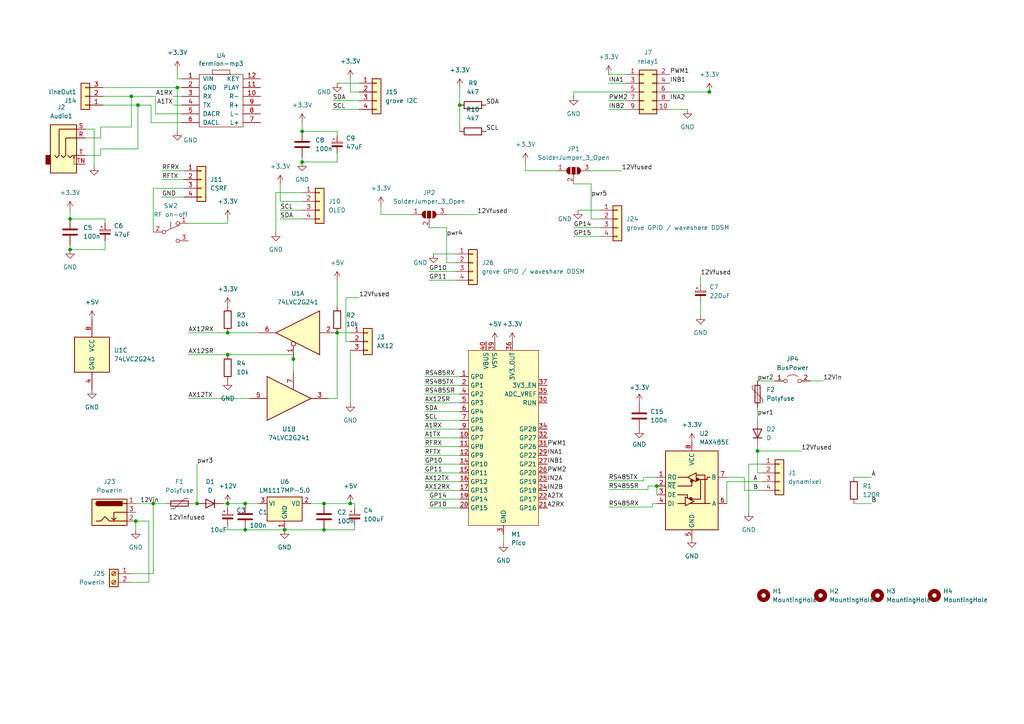
<source format=kicad_sch>
(kicad_sch (version 20250114) (generator "eeschema") (generator_version "9.0")
  (paper "A4")
  (lib_symbols
    (symbol "+3.3V_1" (power) (pin_numbers (hide yes)) (pin_names (offset 0) (hide yes))
      (property "Value" "+3.3V" (at 0 3.556 0))
      (symbol "+3.3V_1_1_1"
        (pin power_in line (at 0 0 90) (length 0) (name "~") (number "1"))
      )
    )
    (symbol "+3.3V_2" (power) (pin_numbers (hide yes)) (pin_names (offset 0) (hide yes))
      (property "Value" "+3.3V" (at 0 3.556 0))
      (symbol "+3.3V_2_1_1"
        (pin power_in line (at 0 0 90) (length 0) (name "~") (number "1"))
      )
    )
    (symbol "+3.3V_3" (power) (pin_numbers (hide yes)) (pin_names (offset 0) (hide yes))
      (property "Value" "+3.3V" (at 0 3.556 0))
      (symbol "+3.3V_3_1_1"
        (pin power_in line (at 0 0 90) (length 0) (name "~") (number "1"))
      )
    )
    (symbol "+5V_3" (power) (pin_numbers (hide yes)) (pin_names (offset 0) (hide yes))
      (property "Value" "+5V" (at 0 3.556 0))
      (symbol "+5V_3_1_1"
        (pin power_in line (at 0 0 90) (length 0) (name "~") (number "1"))
      )
    )
    (symbol "+5V_5" (power) (pin_numbers (hide yes)) (pin_names (offset 0) (hide yes))
      (property "Value" "+5V" (at 0 3.556 0))
      (symbol "+5V_5_1_1"
        (pin power_in line (at 0 0 90) (length 0) (name "~") (number "1"))
      )
    )
    (symbol "74xGxx:74LVC2G241"
      (property "Reference" "U" (at 2.54 5.08 0))
      (property "Value" "74LVC2G241" (at 2.54 -7.62 0))
      (symbol "74LVC2G241_1_1"
        (pin input line (at -12.7 0 0) (length 5.08) (name "~") (number "2"))
        (pin input inverted (at 0 7.62 270) (length 5.08) (name "~") (number "1"))
        (pin tri_state line (at 10.16 0 180) (length 5.08) (name "~") (number "6"))
      )
      (symbol "74LVC2G241_2_1"
        (pin input line (at -12.7 0 0) (length 5.08) (name "~") (number "5"))
        (pin input line (at 0 7.62 270) (length 5.08) (name "~") (number "7"))
        (pin tri_state line (at 10.16 0 180) (length 5.08) (name "~") (number "3"))
      )
      (symbol "74LVC2G241_3_1"
        (pin power_in line (at 0 10.16 270) (length 5.08) (name "VCC") (number "8"))
        (pin power_in line (at 0 -10.16 90) (length 5.08) (name "GND") (number "4"))
      )
    )
    (symbol "Connector:Barrel_Jack_Switch" (pin_names (hide yes))
      (property "Reference" "J" (at 0 5.334 0))
      (property "Value" "Barrel_Jack_Switch" (at 0 -5.08 0))
      (symbol "Barrel_Jack_Switch_1_1"
        (pin passive line (at 7.62 2.54 180) (length 2.54) (name "~") (number "1"))
        (pin passive line (at 7.62 0 180) (length 2.54) (name "~") (number "3"))
        (pin passive line (at 7.62 -2.54 180) (length 2.54) (name "~") (number "2"))
      )
    )
    (symbol "Connector:Screw_Terminal_01x02" (pin_names (offset 1.016) (hide yes))
      (property "Reference" "J" (at 0 2.54 0))
      (property "Value" "Screw_Terminal_01x02" (at 0 -5.08 0))
      (symbol "Screw_Terminal_01x02_1_1"
        (pin passive line (at -5.08 0 0) (length 3.81) (name "Pin_1") (number "1"))
        (pin passive line (at -5.08 -2.54 0) (length 3.81) (name "Pin_2") (number "2"))
      )
    )
    (symbol "Connector_Audio:AudioJack3_SwitchT"
      (property "Reference" "J" (at 0 8.89 0))
      (property "Value" "AudioJack3_SwitchT" (at 0 6.35 0))
      (symbol "AudioJack3_SwitchT_1_1"
        (pin passive line (at 5.08 2.54 180) (length 2.54) (name "~") (number "S"))
        (pin passive line (at 5.08 0 180) (length 2.54) (name "~") (number "R"))
        (pin passive line (at 5.08 -5.08 180) (length 2.54) (name "~") (number "T"))
        (pin passive line (at 5.08 -7.62 180) (length 2.54) (name "~") (number "TN"))
      )
    )
    (symbol "Connector_Generic:Conn_01x03" (pin_names (offset 1.016) (hide yes))
      (property "Reference" "J" (at 0 5.08 0))
      (property "Value" "Conn_01x03" (at 0 -5.08 0))
      (symbol "Conn_01x03_1_1"
        (pin passive line (at -5.08 2.54 0) (length 3.81) (name "Pin_1") (number "1"))
        (pin passive line (at -5.08 0 0) (length 3.81) (name "Pin_2") (number "2"))
        (pin passive line (at -5.08 -2.54 0) (length 3.81) (name "Pin_3") (number "3"))
      )
    )
    (symbol "Connector_Generic:Conn_01x04" (pin_names (offset 1.016) (hide yes))
      (property "Reference" "J" (at 0 5.08 0))
      (property "Value" "Conn_01x04" (at 0 -7.62 0))
      (symbol "Conn_01x04_1_1"
        (pin passive line (at -5.08 2.54 0) (length 3.81) (name "Pin_1") (number "1"))
        (pin passive line (at -5.08 0 0) (length 3.81) (name "Pin_2") (number "2"))
        (pin passive line (at -5.08 -2.54 0) (length 3.81) (name "Pin_3") (number "3"))
        (pin passive line (at -5.08 -5.08 0) (length 3.81) (name "Pin_4") (number "4"))
      )
    )
    (symbol "Connector_Generic:Conn_02x05_Odd_Even" (pin_names (offset 1.016) (hide yes))
      (property "Reference" "J" (at 1.27 7.62 0))
      (property "Value" "Conn_02x05_Odd_Even" (at 1.27 -7.62 0))
      (symbol "Conn_02x05_Odd_Even_1_1"
        (pin passive line (at -5.08 5.08 0) (length 3.81) (name "Pin_1") (number "1"))
        (pin passive line (at -5.08 2.54 0) (length 3.81) (name "Pin_3") (number "3"))
        (pin passive line (at -5.08 0 0) (length 3.81) (name "Pin_5") (number "5"))
        (pin passive line (at -5.08 -2.54 0) (length 3.81) (name "Pin_7") (number "7"))
        (pin passive line (at -5.08 -5.08 0) (length 3.81) (name "Pin_9") (number "9"))
        (pin passive line (at 7.62 5.08 180) (length 3.81) (name "Pin_2") (number "2"))
        (pin passive line (at 7.62 2.54 180) (length 3.81) (name "Pin_4") (number "4"))
        (pin passive line (at 7.62 0 180) (length 3.81) (name "Pin_6") (number "6"))
        (pin passive line (at 7.62 -2.54 180) (length 3.81) (name "Pin_8") (number "8"))
        (pin passive line (at 7.62 -5.08 180) (length 3.81) (name "Pin_10") (number "10"))
      )
    )
    (symbol "Device:C" (pin_numbers (hide yes)) (pin_names (offset 0.254))
      (property "Reference" "C" (at 0.635 2.54 0))
      (property "Value" "C" (at 0.635 -2.54 0))
      (symbol "C_1_1"
        (pin passive line (at 0 3.81 270) (length 2.794) (name "~") (number "1"))
        (pin passive line (at 0 -3.81 90) (length 2.794) (name "~") (number "2"))
      )
    )
    (symbol "Device:C_Polarized_Small" (pin_numbers (hide yes)) (pin_names (offset 0.254) (hide yes))
      (property "Reference" "C" (at 0.254 1.778 0))
      (property "Value" "C_Polarized_Small" (at 0.254 -2.032 0))
      (symbol "C_Polarized_Small_1_1"
        (pin passive line (at 0 2.54 270) (length 1.8542) (name "~") (number "1"))
        (pin passive line (at 0 -2.54 90) (length 1.8542) (name "~") (number "2"))
      )
    )
    (symbol "Device:D" (pin_numbers (hide yes)) (pin_names (offset 1.016) (hide yes))
      (property "Reference" "D" (at 0 2.54 0))
      (property "Value" "D" (at 0 -2.54 0))
      (symbol "D_1_1"
        (pin passive line (at -3.81 0 0) (length 2.54) (name "K") (number "1"))
        (pin passive line (at 3.81 0 180) (length 2.54) (name "A") (number "2"))
      )
    )
    (symbol "Device:Polyfuse" (pin_numbers (hide yes)) (pin_names (offset 0))
      (property "Reference" "F" (at -2.54 0 90))
      (property "Value" "Polyfuse" (at 2.54 0 90))
      (symbol "Polyfuse_1_1"
        (pin passive line (at 0 3.81 270) (length 1.27) (name "~") (number "1"))
        (pin passive line (at 0 -3.81 90) (length 1.27) (name "~") (number "2"))
      )
    )
    (symbol "Device:R" (pin_numbers (hide yes)) (pin_names (offset 0))
      (property "Reference" "R" (at 2.032 0 90))
      (property "Value" "R" (at 0 0 90))
      (symbol "R_1_1"
        (pin passive line (at 0 3.81 270) (length 1.27) (name "~") (number "1"))
        (pin passive line (at 0 -3.81 90) (length 1.27) (name "~") (number "2"))
      )
    )
    (symbol "GND_1" (power) (pin_numbers (hide yes)) (pin_names (offset 0) (hide yes))
      (property "Value" "GND" (at 0 -3.81 0))
      (symbol "GND_1_1_1"
        (pin power_in line (at 0 0 270) (length 0) (name "~") (number "1"))
      )
    )
    (symbol "GND_2" (power) (pin_numbers (hide yes)) (pin_names (offset 0) (hide yes))
      (property "Value" "GND" (at 0 -3.81 0))
      (symbol "GND_2_1_1"
        (pin power_in line (at 0 0 270) (length 0) (name "~") (number "1"))
      )
    )
    (symbol "GND_3" (power) (pin_numbers (hide yes)) (pin_names (offset 0) (hide yes))
      (property "Value" "GND" (at 0 -3.81 0))
      (symbol "GND_3_1_1"
        (pin power_in line (at 0 0 270) (length 0) (name "~") (number "1"))
      )
    )
    (symbol "GND_4" (power) (pin_numbers (hide yes)) (pin_names (offset 0) (hide yes))
      (property "Value" "GND" (at 0 -3.81 0))
      (symbol "GND_4_1_1"
        (pin power_in line (at 0 0 270) (length 0) (name "~") (number "1"))
      )
    )
    (symbol "GND_5" (power) (pin_numbers (hide yes)) (pin_names (offset 0) (hide yes))
      (property "Value" "GND" (at 0 -3.81 0))
      (symbol "GND_5_1_1"
        (pin power_in line (at 0 0 270) (length 0) (name "~") (number "1"))
      )
    )
    (symbol "Interface_UART:MAX485E"
      (property "Reference" "U" (at -6.096 11.43 0))
      (property "Value" "MAX485E" (at 0.762 11.43 0))
      (symbol "MAX485E_1_1"
        (pin output line (at -10.16 2.54 0) (length 2.54) (name "RO") (number "1"))
        (pin input line (at -10.16 0 0) (length 2.54) (name "~{RE}") (number "2"))
        (pin input line (at -10.16 -2.54 0) (length 2.54) (name "DE") (number "3"))
        (pin input line (at -10.16 -5.08 0) (length 2.54) (name "DI") (number "4"))
        (pin power_in line (at 0 12.7 270) (length 2.54) (name "VCC") (number "8"))
        (pin power_in line (at 0 -15.24 90) (length 2.54) (name "GND") (number "5"))
        (pin bidirectional line (at 10.16 2.54 180) (length 2.54) (name "B") (number "7"))
        (pin bidirectional line (at 10.16 -5.08 180) (length 2.54) (name "A") (number "6"))
      )
    )
    (symbol "Jumper:Jumper_2_Open" (pin_names (offset 0) (hide yes))
      (property "Reference" "JP" (at 0 2.794 0))
      (property "Value" "Jumper_2_Open" (at 0 -2.286 0))
      (symbol "Jumper_2_Open_1_1"
        (pin passive line (at -5.08 0 0) (length 2.54) (name "A") (number "1"))
        (pin passive line (at 5.08 0 180) (length 2.54) (name "B") (number "2"))
      )
    )
    (symbol "Jumper:SolderJumper_3_Open" (pin_names (offset 0) (hide yes)) (in_bom no)
      (property "Reference" "JP" (at -2.54 -2.54 0))
      (property "Value" "SolderJumper_3_Open" (at 0 2.794 0))
      (symbol "SolderJumper_3_Open_1_1"
        (pin passive line (at -5.08 0 0) (length 2.54) (name "A") (number "1"))
        (pin passive line (at 0 -3.81 90) (length 2.54) (name "C") (number "2"))
        (pin passive line (at 5.08 0 180) (length 2.54) (name "B") (number "3"))
      )
    )
    (symbol "Mechanical:MountingHole" (pin_names (offset 1.016))
      (property "Reference" "H" (at 0 5.08 0))
      (property "Value" "MountingHole" (at 0 3.175 0))
    )
    (symbol "Regulator_Linear:LM1117MP-5.0"
      (property "Reference" "U" (at -3.81 3.175 0))
      (property "Value" "LM1117MP-5.0" (at 0 3.175 0))
      (symbol "LM1117MP-5.0_1_1"
        (pin power_in line (at -7.62 0 0) (length 2.54) (name "VI") (number "3"))
        (pin power_in line (at 0 -7.62 90) (length 2.54) (name "GND") (number "1"))
        (pin power_out line (at 7.62 0 180) (length 2.54) (name "VO") (number "2"))
      )
    )
    (symbol "Switch:SW_Push_SPDT" (pin_names (offset 0) (hide yes))
      (property "Reference" "SW" (at 0 4.318 0))
      (property "Value" "SW_Push_SPDT" (at 0 -5.08 0))
      (symbol "SW_Push_SPDT_1_1"
        (pin passive line (at -5.08 0 0) (length 2.54) (name "B") (number "2"))
        (pin passive line (at 5.08 2.54 180) (length 2.54) (name "A") (number "1"))
        (pin passive line (at 5.08 -2.54 180) (length 2.54) (name "C") (number "3"))
      )
    )
    (symbol "board-rescue:fermion-mp3-arduino" (pin_names (offset 1.016))
      (property "Reference" "U" (at 0 0 0))
      (property "Value" "arduino_fermion-mp3" (at 0 0 0))
      (symbol "fermion-mp3-arduino_1_1"
        (pin input line (at -5.08 -3.81 0) (length 5.08) (name "VIN") (number "1"))
        (pin input line (at -5.08 -6.35 0) (length 5.08) (name "GND") (number "2"))
        (pin input line (at -5.08 -8.89 0) (length 5.08) (name "RX") (number "3"))
        (pin input line (at -5.08 -11.43 0) (length 5.08) (name "TX") (number "4"))
        (pin input line (at -5.08 -13.97 0) (length 5.08) (name "DACR") (number "5"))
        (pin input line (at -5.08 -16.51 0) (length 5.08) (name "DACL") (number "6"))
        (pin input line (at 17.78 -3.81 180) (length 5.08) (name "KEY") (number "12"))
        (pin input line (at 17.78 -6.35 180) (length 5.08) (name "PLAY") (number "11"))
        (pin input line (at 17.78 -8.89 180) (length 5.08) (name "R-") (number "10"))
        (pin input line (at 17.78 -11.43 180) (length 5.08) (name "R+") (number "9"))
        (pin input line (at 17.78 -13.97 180) (length 5.08) (name "L-") (number "8"))
        (pin input line (at 17.78 -16.51 180) (length 5.08) (name "L+") (number "7"))
      )
    )
    (symbol "fab:Module_RaspberryPi_PicoW_Combined"
      (property "Reference" "M" (at 0 0 0))
      (property "Value" "Module_RaspberryPi_PicoW_Combined" (at 0 0 0))
      (symbol "Module_RaspberryPi_PicoW_Combined_1_1"
        (pin bidirectional line (at -12.7 17.78 0) (length 2.54) (name "GP0") (number "1"))
        (pin bidirectional line (at -12.7 15.24 0) (length 2.54) (name "GP1") (number "2"))
        (pin bidirectional line (at -12.7 12.7 0) (length 2.54) (name "GP2") (number "4"))
        (pin bidirectional line (at -12.7 10.16 0) (length 2.54) (name "GP3") (number "5"))
        (pin bidirectional line (at -12.7 7.62 0) (length 2.54) (name "GP4") (number "6"))
        (pin bidirectional line (at -12.7 5.08 0) (length 2.54) (name "GP5") (number "7"))
        (pin bidirectional line (at -12.7 2.54 0) (length 2.54) (name "GP6") (number "9"))
        (pin bidirectional line (at -12.7 0 0) (length 2.54) (name "GP7") (number "10"))
        (pin bidirectional line (at -12.7 -2.54 0) (length 2.54) (name "GP8") (number "11"))
        (pin bidirectional line (at -12.7 -5.08 0) (length 2.54) (name "GP9") (number "12"))
        (pin bidirectional line (at -12.7 -7.62 0) (length 2.54) (name "GP10") (number "14"))
        (pin bidirectional line (at -12.7 -10.16 0) (length 2.54) (name "GP11") (number "15"))
        (pin bidirectional line (at -12.7 -12.7 0) (length 2.54) (name "GP12") (number "16"))
        (pin bidirectional line (at -12.7 -15.24 0) (length 2.54) (name "GP13") (number "17"))
        (pin bidirectional line (at -12.7 -17.78 0) (length 2.54) (name "GP14") (number "19"))
        (pin bidirectional line (at -12.7 -20.32 0) (length 2.54) (name "GP15") (number "20"))
        (pin power_in line (at -5.08 27.94 270) (length 2.54) (name "VBUS") (number "40"))
        (pin power_in line (at -2.54 27.94 270) (length 2.54) (name "VSYS") (number "39"))
        (pin passive line (at 0 -27.94 90) (length 2.54) (hide yes) (name "GND") (number "13"))
        (pin passive line (at 0 -27.94 90) (length 2.54) (hide yes) (name "GND") (number "18"))
        (pin passive line (at 0 -27.94 90) (length 2.54) (hide yes) (name "GND") (number "23"))
        (pin passive line (at 0 -27.94 90) (length 2.54) (hide yes) (name "GND") (number "28"))
        (pin power_in line (at 0 -27.94 90) (length 2.54) (name "GND") (number "3"))
        (pin passive line (at 0 -27.94 90) (length 2.54) (hide yes) (name "GND") (number "33"))
        (pin passive line (at 0 -27.94 90) (length 2.54) (hide yes) (name "GND") (number "38"))
        (pin passive line (at 0 -27.94 90) (length 2.54) (hide yes) (name "GND") (number "8"))
        (pin power_in line (at 2.54 27.94 270) (length 2.54) (name "3V3_OUT") (number "36"))
        (pin input line (at 12.7 15.24 180) (length 2.54) (name "3V3_EN") (number "37"))
        (pin input line (at 12.7 12.7 180) (length 2.54) (name "ADC_VREF") (number "35"))
        (pin input line (at 12.7 10.16 180) (length 2.54) (name "RUN") (number "30"))
        (pin bidirectional line (at 12.7 2.54 180) (length 2.54) (name "GP28") (number "34"))
        (pin bidirectional line (at 12.7 0 180) (length 2.54) (name "GP27") (number "32"))
        (pin bidirectional line (at 12.7 -2.54 180) (length 2.54) (name "GP26") (number "31"))
        (pin bidirectional line (at 12.7 -5.08 180) (length 2.54) (name "GP22") (number "29"))
        (pin bidirectional line (at 12.7 -7.62 180) (length 2.54) (name "GP21") (number "27"))
        (pin bidirectional line (at 12.7 -10.16 180) (length 2.54) (name "GP20") (number "26"))
        (pin bidirectional line (at 12.7 -12.7 180) (length 2.54) (name "GP19") (number "25"))
        (pin bidirectional line (at 12.7 -15.24 180) (length 2.54) (name "GP18") (number "24"))
        (pin bidirectional line (at 12.7 -17.78 180) (length 2.54) (name "GP17") (number "22"))
        (pin bidirectional line (at 12.7 -20.32 180) (length 2.54) (name "GP16") (number "21"))
      )
    )
    (symbol "power:+12V" (power) (pin_names (offset 0))
      (property "Value" "+12V" (at 0 3.556 0))
      (symbol "+12V_1_1"
        (pin power_in line (at 0 0 90) (length 0) (hide yes) (name "+12V") (number "1"))
      )
    )
    (symbol "power:+3.3V" (power) (pin_names (offset 0))
      (property "Value" "+3.3V" (at 0 3.556 0))
      (symbol "+3.3V_1_1"
        (pin power_in line (at 0 0 90) (length 0) (hide yes) (name "+3.3V") (number "1"))
      )
    )
    (symbol "power:+5V" (power) (pin_names (offset 0))
      (property "Value" "+5V" (at 0 3.556 0))
      (symbol "+5V_1_1"
        (pin power_in line (at 0 0 90) (length 0) (hide yes) (name "+5V") (number "1"))
      )
    )
    (symbol "power:GND" (power) (pin_names (offset 0))
      (property "Value" "GND" (at 0 -3.81 0))
      (symbol "GND_1_1"
        (pin power_in line (at 0 0 270) (length 0) (hide yes) (name "GND") (number "1"))
      )
    )
  )
  (junction (at 205.74 26.67))
  (junction (at 71.12 146.05))
  (junction (at 40.005 30.48))
  (junction (at 85.09 104.14))
  (junction (at 66.04 146.05))
  (junction (at 44.45 146.05))
  (junction (at 38.1 27.94))
  (junction (at 57.15 146.05))
  (junction (at 87.63 38.1))
  (junction (at 190.5 140.97))
  (junction (at 71.12 153.67))
  (junction (at 39.37 151.13))
  (junction (at 82.55 153.67))
  (junction (at 20.32 63.5))
  (junction (at 66.04 102.87))
  (junction (at 66.04 96.52))
  (junction (at 87.63 46.99))
  (junction (at 93.98 153.67))
  (junction (at 93.98 146.05))
  (junction (at 133.35 30.48))
  (junction (at 101.6 146.05))
  (junction (at 97.79 96.52))
  (junction (at 51.435 25.4))
  (junction (at 20.32 72.39))
  (junction (at 219.71 130.81))
  (wire (pts (xy 24.765 40.005) (xy 29.21 40.005)))
  (wire (pts (xy 29.21 43.18) (xy 40.005 43.18)))
  (wire (pts (xy 52.705 33.02) (xy 45.085 33.02)))
  (wire (pts (xy 176.53 31.75) (xy 181.61 31.75)))
  (wire (pts (xy 186.69 138.43) (xy 190.5 138.43)))
  (wire (pts (xy 96.52 31.75) (xy 104.14 31.75)))
  (wire (pts (xy 101.6 99.06) (xy 100.33 99.06)))
  (wire (pts (xy 101.6 22.86) (xy 101.6 26.67)))
  (wire (pts (xy 20.32 60.96) (xy 20.32 63.5)))
  (wire (pts (xy 189.23 146.05) (xy 189.23 147.066)))
  (wire (pts (xy 66.04 152.4) (xy 66.04 153.67)))
  (wire (pts (xy 97.79 46.99) (xy 97.79 44.45)))
  (wire (pts (xy 203.2 87.63) (xy 203.2 91.44)))
  (wire (pts (xy 219.71 130.81) (xy 219.71 137.16)))
  (wire (pts (xy 123.19 137.16) (xy 133.35 137.16)))
  (wire (pts (xy 38.1 168.91) (xy 43.18 168.91)))
  (wire (pts (xy 44.45 54.61) (xy 53.34 54.61)))
  (wire (pts (xy 87.63 55.88) (xy 80.01 55.88)))
  (wire (pts (xy 46.99 57.15) (xy 53.34 57.15)))
  (wire (pts (xy 81.28 53.34) (xy 81.28 58.42)))
  (wire (pts (xy 85.09 104.14) (xy 85.09 107.95)))
  (wire (pts (xy 20.32 72.39) (xy 30.48 72.39)))
  (wire (pts (xy 123.19 119.38) (xy 133.35 119.38)))
  (wire (pts (xy 40.005 30.48) (xy 43.815 30.48)))
  (wire (pts (xy 66.04 63.5) (xy 66.04 64.77)))
  (wire (pts (xy 166.37 68.58) (xy 173.99 68.58)))
  (wire (pts (xy 57.15 134.62) (xy 57.15 146.05)))
  (wire (pts (xy 129.54 66.04) (xy 129.54 76.2)))
  (wire (pts (xy 44.45 146.05) (xy 48.26 146.05)))
  (wire (pts (xy 87.63 38.1) (xy 97.79 38.1)))
  (wire (pts (xy 219.71 110.49) (xy 224.79 110.49)))
  (wire (pts (xy 104.14 26.67) (xy 101.6 26.67)))
  (wire (pts (xy 124.46 66.04) (xy 129.54 66.04)))
  (wire (pts (xy 166.37 26.67) (xy 166.37 27.94)))
  (wire (pts (xy 210.82 138.43) (xy 215.9 138.43)))
  (wire (pts (xy 54.61 102.87) (xy 66.04 102.87)))
  (wire (pts (xy 101.6 146.05) (xy 93.98 146.05)))
  (wire (pts (xy 123.19 134.62) (xy 133.35 134.62)))
  (wire (pts (xy 152.4 46.99) (xy 152.4 49.53)))
  (wire (pts (xy 97.79 96.52) (xy 101.6 96.52)))
  (wire (pts (xy 125.73 73.66) (xy 132.08 73.66)))
  (wire (pts (xy 133.35 25.4) (xy 133.35 30.48)))
  (wire (pts (xy 124.46 144.78) (xy 133.35 144.78)))
  (wire (pts (xy 124.46 147.32) (xy 133.35 147.32)))
  (wire (pts (xy 123.19 142.24) (xy 133.35 142.24)))
  (wire (pts (xy 123.19 127) (xy 133.35 127)))
  (wire (pts (xy 55.88 146.05) (xy 57.15 146.05)))
  (wire (pts (xy 181.61 21.59) (xy 176.53 21.59)))
  (wire (pts (xy 187.96 140.97) (xy 187.96 141.986)))
  (wire (pts (xy 66.04 96.52) (xy 74.93 96.52)))
  (wire (pts (xy 43.18 168.91) (xy 43.18 151.13)))
  (wire (pts (xy 102.87 146.05) (xy 101.6 146.05)))
  (wire (pts (xy 39.37 151.13) (xy 43.18 151.13)))
  (wire (pts (xy 87.63 45.72) (xy 87.63 46.99)))
  (wire (pts (xy 100.33 86.36) (xy 100.33 99.06)))
  (wire (pts (xy 129.54 62.23) (xy 138.43 62.23)))
  (wire (pts (xy 234.95 110.49) (xy 238.76 110.49)))
  (wire (pts (xy 43.815 30.48) (xy 43.815 35.56)))
  (wire (pts (xy 123.19 114.3) (xy 133.35 114.3)))
  (wire (pts (xy 39.37 146.05) (xy 44.45 146.05)))
  (wire (pts (xy 219.71 118.11) (xy 219.71 121.92)))
  (wire (pts (xy 219.71 137.16) (xy 220.98 137.16)))
  (wire (pts (xy 217.17 134.62) (xy 217.17 148.59)))
  (wire (pts (xy 87.63 35.56) (xy 87.63 38.1)))
  (wire (pts (xy 123.19 139.7) (xy 133.35 139.7)))
  (wire (pts (xy 102.87 153.67) (xy 102.87 152.4)))
  (wire (pts (xy 220.98 134.62) (xy 217.17 134.62)))
  (wire (pts (xy 166.37 26.67) (xy 181.61 26.67)))
  (wire (pts (xy 46.99 52.07) (xy 53.34 52.07)))
  (wire (pts (xy 101.6 101.6) (xy 101.6 116.84)))
  (wire (pts (xy 96.52 29.21) (xy 104.14 29.21)))
  (wire (pts (xy 39.37 151.13) (xy 39.37 153.67)))
  (wire (pts (xy 29.21 36.83) (xy 38.1 36.83)))
  (wire (pts (xy 38.1 27.94) (xy 45.085 27.94)))
  (wire (pts (xy 29.845 27.94) (xy 38.1 27.94)))
  (wire (pts (xy 97.79 24.13) (xy 104.14 24.13)))
  (wire (pts (xy 189.23 146.05) (xy 190.5 146.05)))
  (wire (pts (xy 87.63 46.99) (xy 97.79 46.99)))
  (wire (pts (xy 46.99 49.53) (xy 53.34 49.53)))
  (wire (pts (xy 171.45 63.5) (xy 173.99 63.5)))
  (wire (pts (xy 187.96 141.986) (xy 176.53 141.986)))
  (wire (pts (xy 66.04 146.05) (xy 66.04 147.32)))
  (wire (pts (xy 44.45 67.31) (xy 44.45 54.61)))
  (wire (pts (xy 82.55 153.67) (xy 93.98 153.67)))
  (wire (pts (xy 247.65 138.43) (xy 252.73 138.43)))
  (wire (pts (xy 123.19 124.46) (xy 133.35 124.46)))
  (wire (pts (xy 215.9 142.24) (xy 220.98 142.24)))
  (wire (pts (xy 146.05 154.94) (xy 146.05 157.48)))
  (wire (pts (xy 190.5 140.97) (xy 190.5 143.51)))
  (wire (pts (xy 203.2 80.01) (xy 203.2 82.55)))
  (wire (pts (xy 205.74 25.4) (xy 205.74 26.67)))
  (wire (pts (xy 189.23 147.066) (xy 176.53 147.066)))
  (wire (pts (xy 38.1 166.37) (xy 44.45 166.37)))
  (wire (pts (xy 38.1 36.83) (xy 38.1 27.94)))
  (wire (pts (xy 29.21 36.83) (xy 29.21 40.005)))
  (wire (pts (xy 123.19 116.84) (xy 133.35 116.84)))
  (wire (pts (xy 93.98 153.67) (xy 102.87 153.67)))
  (wire (pts (xy 71.12 146.05) (xy 74.93 146.05)))
  (wire (pts (xy 80.01 55.88) (xy 80.01 67.31)))
  (wire (pts (xy 100.33 86.36) (xy 104.14 86.36)))
  (wire (pts (xy 40.005 30.48) (xy 40.005 43.18)))
  (wire (pts (xy 51.435 38.1) (xy 51.435 25.4)))
  (wire (pts (xy 133.35 30.48) (xy 133.35 38.1)))
  (wire (pts (xy 97.79 115.57) (xy 97.79 96.52)))
  (wire (pts (xy 52.705 30.48) (xy 50.165 30.48)))
  (wire (pts (xy 54.61 64.77) (xy 66.04 64.77)))
  (wire (pts (xy 81.28 63.5) (xy 87.63 63.5)))
  (wire (pts (xy 85.09 102.87) (xy 85.09 104.14)))
  (wire (pts (xy 194.31 26.67) (xy 205.74 26.67)))
  (wire (pts (xy 97.79 38.1) (xy 97.79 39.37)))
  (wire (pts (xy 29.845 25.4) (xy 51.435 25.4)))
  (wire (pts (xy 95.25 115.57) (xy 97.79 115.57)))
  (wire (pts (xy 187.96 140.97) (xy 190.5 140.97)))
  (wire (pts (xy 45.085 33.02) (xy 45.085 27.94)))
  (wire (pts (xy 87.63 58.42) (xy 81.28 58.42)))
  (wire (pts (xy 219.71 129.54) (xy 219.71 130.81)))
  (wire (pts (xy 166.37 53.34) (xy 171.45 53.34)))
  (wire (pts (xy 30.48 72.39) (xy 30.48 69.85)))
  (wire (pts (xy 210.82 139.7) (xy 220.98 139.7)))
  (wire (pts (xy 171.45 53.34) (xy 171.45 63.5)))
  (wire (pts (xy 247.65 146.05) (xy 252.73 146.05)))
  (wire (pts (xy 123.19 132.08) (xy 133.35 132.08)))
  (wire (pts (xy 123.19 111.76) (xy 133.35 111.76)))
  (wire (pts (xy 71.12 153.67) (xy 82.55 153.67)))
  (wire (pts (xy 129.54 76.2) (xy 132.08 76.2)))
  (wire (pts (xy 43.815 35.56) (xy 52.705 35.56)))
  (wire (pts (xy 66.04 153.67) (xy 71.12 153.67)))
  (wire (pts (xy 30.48 63.5) (xy 30.48 64.77)))
  (wire (pts (xy 52.705 22.86) (xy 51.435 22.86)))
  (wire (pts (xy 81.28 60.96) (xy 87.63 60.96)))
  (wire (pts (xy 123.19 121.92) (xy 133.35 121.92)))
  (wire (pts (xy 52.705 27.94) (xy 50.165 27.94)))
  (wire (pts (xy 24.765 45.085) (xy 29.21 45.085)))
  (wire (pts (xy 110.49 59.69) (xy 110.49 62.23)))
  (wire (pts (xy 20.32 63.5) (xy 30.48 63.5)))
  (wire (pts (xy 44.45 166.37) (xy 44.45 146.05)))
  (wire (pts (xy 210.82 146.05) (xy 210.82 139.7)))
  (wire (pts (xy 167.64 60.96) (xy 173.99 60.96)))
  (wire (pts (xy 29.21 43.18) (xy 29.21 45.085)))
  (wire (pts (xy 20.32 71.12) (xy 20.32 72.39)))
  (wire (pts (xy 27.305 37.465) (xy 27.305 48.26)))
  (wire (pts (xy 29.845 30.48) (xy 40.005 30.48)))
  (wire (pts (xy 66.04 146.05) (xy 71.12 146.05)))
  (wire (pts (xy 186.69 139.446) (xy 176.53 139.446)))
  (wire (pts (xy 171.45 49.53) (xy 180.34 49.53)))
  (wire (pts (xy 51.435 25.4) (xy 52.705 25.4)))
  (wire (pts (xy 123.19 129.54) (xy 133.35 129.54)))
  (wire (pts (xy 66.04 102.87) (xy 85.09 102.87)))
  (wire (pts (xy 166.37 66.04) (xy 173.99 66.04)))
  (wire (pts (xy 186.69 138.43) (xy 186.69 139.446)))
  (wire (pts (xy 102.87 147.32) (xy 102.87 146.05)))
  (wire (pts (xy 176.53 24.13) (xy 181.61 24.13)))
  (wire (pts (xy 24.765 37.465) (xy 27.305 37.465)))
  (wire (pts (xy 54.61 96.52) (xy 66.04 96.52)))
  (wire (pts (xy 110.49 62.23) (xy 119.38 62.23)))
  (wire (pts (xy 219.71 130.81) (xy 232.41 130.81)))
  (wire (pts (xy 194.31 31.75) (xy 199.39 31.75)))
  (wire (pts (xy 93.98 146.05) (xy 90.17 146.05)))
  (wire (pts (xy 215.9 138.43) (xy 215.9 142.24)))
  (wire (pts (xy 124.46 81.28) (xy 132.08 81.28)))
  (wire (pts (xy 54.61 115.57) (xy 72.39 115.57)))
  (wire (pts (xy 152.4 49.53) (xy 161.29 49.53)))
  (wire (pts (xy 123.19 109.22) (xy 133.35 109.22)))
  (wire (pts (xy 97.79 81.28) (xy 97.79 88.9)))
  (wire (pts (xy 64.77 146.05) (xy 66.04 146.05)))
  (wire (pts (xy 51.435 20.32) (xy 51.435 22.86)))
  (wire (pts (xy 176.53 29.21) (xy 181.61 29.21)))
  (wire (pts (xy 124.46 78.74) (xy 132.08 78.74)))
  (label "B" (at 252.73 146.05 0))
  (label "AX12RX" (at 123.19 142.24 0))
  (label "A2RX" (at 158.75 147.32 0))
  (label "GP14" (at 124.46 144.78 0))
  (label "SDA" (at 81.28 63.5 0))
  (label "12Vfused" (at 232.41 130.81 0))
  (label "SCL" (at 96.52 31.75 0))
  (label "A" (at 252.73 138.43 0))
  (label "12Vinfused" (at 48.895 151.13 0))
  (label "AX12RX" (at 54.61 96.52 0))
  (label "12Vin" (at 40.64 146.05 0))
  (label "12Vfused" (at 203.2 80.01 0))
  (label "A1TX" (at 123.19 127 0))
  (label "PWM1" (at 158.75 129.54 0))
  (label "12Vin" (at 238.76 110.49 0))
  (label "PWM2" (at 158.75 137.16 0))
  (label "RS485RX" (at 176.53 147.066 0))
  (label "RFRX" (at 46.99 49.53 0))
  (label "A" (at 218.44 139.7 0))
  (label "INB1" (at 158.75 134.62 0))
  (label "PWM2" (at 176.53 29.21 0))
  (label "GP14" (at 166.37 66.04 0))
  (label "SDA" (at 140.97 30.48 0))
  (label "AX12SR" (at 123.19 116.84 0))
  (label "SCL" (at 140.97 38.1 0))
  (label "INA1" (at 176.53 24.13 0))
  (label "12Vfused" (at 180.34 49.53 0))
  (label "A1TX" (at 50.165 30.48 180))
  (label "IN2B" (at 158.75 142.24 0))
  (label "RS485TX" (at 123.19 111.76 0))
  (label "GND" (at 46.99 57.15 0))
  (label "INA1" (at 158.75 132.08 0))
  (label "pwr5" (at 171.45 57.15 0))
  (label "AX12TX" (at 54.61 115.57 0))
  (label "INB2" (at 176.53 31.75 0))
  (label "GP10" (at 124.46 78.74 0))
  (label "RS485SR" (at 176.53 141.986 0))
  (label "RFTX" (at 123.19 132.08 0))
  (label "PWM1" (at 194.31 21.59 0))
  (label "GP10" (at 124.46 147.32 0))
  (label "RS485TX" (at 176.53 139.446 0))
  (label "SCL" (at 81.28 60.96 0))
  (label "SDA" (at 96.52 29.21 0))
  (label "12Vfused" (at 138.43 62.23 0))
  (label "pwr1" (at 219.71 120.65 0))
  (label "GP11" (at 123.19 137.16 0))
  (label "AX12SR" (at 54.61 102.87 0))
  (label "pwr3" (at 57.15 134.62 0))
  (label "SCL" (at 123.19 121.92 0))
  (label "pwr4" (at 129.54 68.58 0))
  (label "RS485RX" (at 123.19 109.22 0))
  (label "GP15" (at 166.37 68.58 0))
  (label "IN2A" (at 158.75 139.7 0))
  (label "RS485SR" (at 123.19 114.3 0))
  (label "INB1" (at 194.31 24.13 0))
  (label "AX12TX" (at 123.19 139.7 0))
  (label "pwr2" (at 219.71 110.49 0))
  (label "INA2" (at 194.31 29.21 0))
  (label "RFTX" (at 46.99 52.07 0))
  (label "GP11" (at 124.46 81.28 0))
  (label "SDA" (at 123.19 119.38 0))
  (label "RFRX" (at 123.19 129.54 0))
  (label "B" (at 218.44 142.24 0))
  (label "A1RX" (at 123.19 124.46 0))
  (label "A1RX" (at 50.165 27.94 180))
  (label "GP10" (at 123.19 134.62 0))
  (label "A2TX" (at 158.75 144.78 0))
  (label "12Vfused" (at 104.14 86.36 0))
  (symbol (lib_id "74xGxx:74LVC2G241") (at 85.09 115.57 0) (unit 2)
    (property "Reference" "U1" (at 83.82 124.46 0))
    (property "Value" "74LVC2G241" (at 83.82 127 0))
    (property "Footprint" "Package_SO:TSSOP-8_3x3mm_P0.65mm" (effects (hide yes)))
    (property "Datasheet" "http://www.ti.com/lit/sg/scyt129e/scyt129e.pdf" (effects (hide yes)))
    (property "Description" "Dual Buffer Tri-State, Low-Voltage CMOS" (effects (hide yes)))
  )
  (symbol (lib_id "Device:C_Polarized_Small") (at 66.04 149.86 0) (unit 1)
    (property "Reference" "C3" (at 68.58 148.0439 0) (effects (justify left)))
    (property "Value" "10uF" (at 60.96 153.67 0) (effects (justify left)))
    (property "Footprint" "Capacitor_Tantalum_SMD:CP_EIA-7132-20_AVX-U_HandSolder" (effects (hide yes)))
  )
  (symbol (lib_id "Device:D") (at 219.71 125.73 90) (unit 1)
    (property "Reference" "D2" (at 222.25 124.4599 90) (effects (justify right)))
    (property "Value" "D" (at 222.25 126.9999 90) (effects (justify right)))
    (property "Footprint" "Diode_SMD:D_2114_3652Metric_Pad1.85x3.75mm_HandSolder" (effects (hide yes)))
    (property "Description" "Diode" (effects (hide yes)))
    (property "Sim.Device" "D" (effects (hide yes)))
    (property "Sim.Pins" "1=K 2=A" (effects (hide yes)))
  )
  (symbol (lib_id "power:+3.3V") (at 200.66 128.27 0) (unit 1)
    (property "Reference" "#PWR07" (effects (hide yes)))
    (property "Value" "+3.3V" (at 200.66 123.19 0))
  )
  (symbol (lib_id "power:GND") (at 20.32 72.39 0) (unit 1)
    (property "Reference" "#PWR043" (effects (hide yes)))
    (property "Value" "GND" (at 20.32 77.47 0))
  )
  (symbol (lib_id "Regulator_Linear:LM1117MP-5.0") (at 82.55 146.05 0) (unit 1)
    (property "Reference" "U6" (at 82.55 139.7 0))
    (property "Value" "LM1117MP-5.0" (at 82.55 142.24 0))
    (property "Footprint" "Package_TO_SOT_SMD:SOT-223-3_TabPin2" (effects (hide yes)))
    (property "Datasheet" "http://www.ti.com/lit/ds/symlink/lm1117.pdf" (effects (hide yes)))
    (property "Description" "800mA Low-Dropout Linear Regulator, 5.0V fixed output, SOT-223" (effects (hide yes)))
  )
  (symbol (lib_id "Mechanical:MountingHole") (at 271.018 172.72 0) (unit 1)
    (property "Reference" "H4" (at 273.558 171.45 0) (effects (justify left)))
    (property "Value" "MountingHole" (at 273.558 173.99 0) (effects (justify left)))
    (property "Footprint" "fab:MountingHole_3mm" (effects (hide yes)))
  )
  (symbol (lib_id "power:+3.3V") (at 101.6 22.86 0) (unit 1)
    (property "Reference" "#PWR056" (effects (hide yes)))
    (property "Value" "+3.3V" (at 101.6 17.78 0))
  )
  (symbol (lib_id "power:GND") (at 167.64 60.96 0) (unit 1)
    (property "Reference" "#PWR040" (effects (hide yes)))
    (property "Value" "GND" (at 163.83 63.5 0))
  )
  (symbol (lib_id "Mechanical:MountingHole") (at 237.998 172.72 0) (unit 1)
    (property "Reference" "H2" (at 240.538 171.45 0) (effects (justify left)))
    (property "Value" "MountingHole" (at 240.538 173.99 0) (effects (justify left)))
    (property "Footprint" "fab:MountingHole_3mm" (effects (hide yes)))
  )
  (symbol (lib_id "Device:R") (at 66.04 106.68 0) (unit 1)
    (property "Reference" "R4" (at 68.58 105.4099 0) (effects (justify left)))
    (property "Value" "10k" (at 68.58 107.9499 0) (effects (justify left)))
    (property "Footprint" "fab:R_1206" (effects (hide yes)))
    (property "Description" "Resistor" (effects (hide yes)))
  )
  (symbol (lib_name "GND_4") (lib_id "power:GND") (at 26.67 113.03 0) (unit 1)
    (property "Reference" "#PWR023" (effects (hide yes)))
    (property "Value" "GND" (at 26.67 118.11 0))
    (property "Description" "Power symbol creates a global label with name \"GND\" , ground" (effects (hide yes)))
  )
  (symbol (lib_name "GND_2") (lib_id "power:GND") (at 101.6 116.84 0) (unit 1)
    (property "Reference" "#PWR016" (effects (hide yes)))
    (property "Value" "GND" (at 101.6 121.92 0))
    (property "Description" "Power symbol creates a global label with name \"GND\" , ground" (effects (hide yes)))
  )
  (symbol (lib_id "power:GND") (at 51.435 38.1 0) (mirror y) (unit 1)
    (property "Reference" "#PWR04" (effects (hide yes)))
    (property "Value" "GND" (at 55.245 40.64 0))
  )
  (symbol (lib_id "Connector_Generic:Conn_01x04") (at 179.07 63.5 0) (unit 1)
    (property "Reference" "J24" (at 181.61 63.4999 0) (effects (justify left)))
    (property "Value" "grove GPIO / waveshare DDSM" (at 181.61 66.0399 0) (effects (justify left)))
    (property "Footprint" "Connectors:Grove_1x04" (effects (hide yes)))
  )
  (symbol (lib_id "Connector_Generic:Conn_01x04") (at 58.42 52.07 0) (unit 1)
    (property "Reference" "J11" (at 60.96 52.07 0) (effects (justify left)))
    (property "Value" "CSRF" (at 60.96 54.61 0) (effects (justify left)))
    (property "Footprint" "Connector_PinHeader_2.54mm:PinHeader_1x04_P2.54mm_Vertical" (effects (hide yes)))
  )
  (symbol (lib_id "Device:C") (at 87.63 41.91 0) (unit 1)
    (property "Reference" "C8" (at 91.44 40.64 0) (effects (justify left)))
    (property "Value" "100n" (at 91.44 43.18 0) (effects (justify left)))
    (property "Footprint" "fab:C_1206" (effects (hide yes)))
  )
  (symbol (lib_id "Device:C") (at 93.98 149.86 0) (unit 1)
    (property "Reference" "C2" (at 97.79 148.59 0) (effects (justify left)))
    (property "Value" "100n" (at 97.79 151.13 0) (effects (justify left)))
    (property "Footprint" "fab:C_1206" (effects (hide yes)))
  )
  (symbol (lib_name "GND_5") (lib_id "power:GND") (at 203.2 91.44 0) (unit 1)
    (property "Reference" "#PWR09" (effects (hide yes)))
    (property "Value" "GND" (at 203.2 96.52 0))
    (property "Description" "Power symbol creates a global label with name \"GND\" , ground" (effects (hide yes)))
  )
  (symbol (lib_id "Connector_Generic:Conn_01x04") (at 92.71 58.42 0) (unit 1)
    (property "Reference" "J10" (at 95.25 58.42 0) (effects (justify left)))
    (property "Value" "OLED" (at 95.25 60.96 0) (effects (justify left)))
    (property "Footprint" "Arduino:OLED128x32" (effects (hide yes)))
  )
  (symbol (lib_id "power:GND") (at 39.37 153.67 0) (unit 1)
    (property "Reference" "#PWR035" (effects (hide yes)))
    (property "Value" "GND" (at 39.37 158.75 0))
  )
  (symbol (lib_id "power:+3.3V") (at 81.28 53.34 0) (unit 1)
    (property "Reference" "#PWR013" (effects (hide yes)))
    (property "Value" "+3.3V" (at 81.28 48.26 0))
  )
  (symbol (lib_id "Device:C_Polarized_Small") (at 203.2 85.09 0) (unit 1)
    (property "Reference" "C7" (at 205.74 83.2738 0) (effects (justify left)))
    (property "Value" "220uF" (at 205.74 85.8138 0) (effects (justify left)))
    (property "Footprint" "Capacitor_Tantalum_SMD:CP_EIA-7132-20_AVX-U_HandSolder" (effects (hide yes)))
    (property "Description" "Polarized capacitor, small symbol" (effects (hide yes)))
  )
  (symbol (lib_name "GND_3") (lib_id "power:GND") (at 66.04 110.49 0) (unit 1)
    (property "Reference" "#PWR018" (effects (hide yes)))
    (property "Value" "GND" (at 66.04 115.57 0))
    (property "Description" "Power symbol creates a global label with name \"GND\" , ground" (effects (hide yes)))
  )
  (symbol (lib_name "+3.3V_3") (lib_id "power:+3.3V") (at 205.74 26.67 0) (unit 1)
    (property "Reference" "#PWR08" (effects (hide yes)))
    (property "Value" "+3.3V" (at 205.74 21.59 0))
    (property "Description" "Power symbol creates a global label with name \"+3.3V\"" (effects (hide yes)))
  )
  (symbol (lib_id "power:+3.3V") (at 51.435 20.32 0) (mirror y) (unit 1)
    (property "Reference" "#PWR01" (effects (hide yes)))
    (property "Value" "+3.3V" (at 51.435 15.24 0))
  )
  (symbol (lib_id "power:+12V") (at 66.04 146.05 0) (unit 1)
    (property "Reference" "#PWR037" (effects (hide yes)))
    (property "Value" "+12V" (at 66.04 140.97 0))
  )
  (symbol (lib_id "power:+3.3V") (at 133.35 25.4 0) (unit 1)
    (property "Reference" "#PWR039" (effects (hide yes)))
    (property "Value" "+3.3V" (at 133.35 20.32 0))
  )
  (symbol (lib_id "power:GND") (at 97.79 24.13 0) (unit 1)
    (property "Reference" "#PWR049" (effects (hide yes)))
    (property "Value" "GND" (at 93.98 26.67 0))
  )
  (symbol (lib_id "Connector_Audio:AudioJack3_SwitchT") (at 19.685 40.005 0) (unit 1)
    (property "Reference" "J2" (at 17.78 31.115 0))
    (property "Value" "Audio1" (at 17.78 33.655 0))
    (property "Footprint" "Connector_Audio:Jack_3.5mm_CUI_SJ1-3525N_Horizontal" (effects (hide yes)))
  )
  (symbol (lib_id "fab:Module_RaspberryPi_PicoW_Combined") (at 146.05 127 0) (unit 1)
    (property "Reference" "M1" (at 148.2441 154.94 0) (effects (justify left)))
    (property "Value" "Pico" (at 148.2441 157.48 0) (effects (justify left)))
    (property "Footprint" "fab:RaspberryPi_PicoW_SocketTHT" (effects (hide yes)))
    (property "Datasheet" "https://datasheets.raspberrypi.com/picow/pico-w-datasheet.pdf" (effects (hide yes)))
  )
  (symbol (lib_id "power:GND") (at 80.01 67.31 0) (unit 1)
    (property "Reference" "#PWR012" (effects (hide yes)))
    (property "Value" "GND" (at 80.01 72.39 0))
  )
  (symbol (lib_id "Device:C_Polarized_Small") (at 30.48 67.31 0) (unit 1)
    (property "Reference" "C6" (at 33.02 65.4939 0) (effects (justify left)))
    (property "Value" "47uF" (at 33.02 68.0339 0) (effects (justify left)))
    (property "Footprint" "Capacitor_Tantalum_SMD:CP_EIA-7132-20_AVX-U_HandSolder" (effects (hide yes)))
  )
  (symbol (lib_id "Device:Polyfuse") (at 52.07 146.05 90) (unit 1)
    (property "Reference" "F1" (at 52.07 139.7 90))
    (property "Value" "Polyfuse" (at 52.07 142.24 90))
    (property "Footprint" "Fuse:Fuse_1812_4532Metric" (effects (hide yes)))
  )
  (symbol (lib_id "Connector:Screw_Terminal_01x02") (at 33.02 166.37 0) (mirror y) (unit 1)
    (property "Reference" "J25" (at 30.48 166.37 0) (effects (justify left)))
    (property "Value" "PowerIn" (at 30.48 168.91 0) (effects (justify left)))
    (property "Footprint" "fab:TerminalBlock_OnShore_1x02_P5.00mm_Horizontal" (effects (hide yes)))
  )
  (symbol (lib_id "Device:C") (at 20.32 67.31 0) (unit 1)
    (property "Reference" "C5" (at 24.13 66.04 0) (effects (justify left)))
    (property "Value" "100n" (at 24.13 68.58 0) (effects (justify left)))
    (property "Footprint" "fab:C_1206" (effects (hide yes)))
  )
  (symbol (lib_id "power:+3.3V") (at 66.04 63.5 0) (unit 1)
    (property "Reference" "#PWR064" (effects (hide yes)))
    (property "Value" "+3.3V" (at 66.04 58.42 0))
  )
  (symbol (lib_name "+3.3V_1") (lib_id "power:+3.3V") (at 66.04 88.9 0) (unit 1)
    (property "Reference" "#PWR015" (effects (hide yes)))
    (property "Value" "+3.3V" (at 66.04 83.82 0))
    (property "Description" "Power symbol creates a global label with name \"+3.3V\"" (effects (hide yes)))
  )
  (symbol (lib_id "Jumper:SolderJumper_3_Open") (at 166.37 49.53 0) (unit 1) (in_bom no)
    (property "Reference" "JP1" (at 166.37 43.18 0))
    (property "Value" "SolderJumper_3_Open" (at 166.37 45.72 0))
    (property "Footprint" "Jumper:SolderJumper-3_P1.3mm_Open_RoundedPad1.0x1.5mm_NumberLabels" (effects (hide yes)))
    (property "Description" "Solder Jumper, 3-pole, open" (effects (hide yes)))
  )
  (symbol (lib_id "Device:R") (at 137.16 30.48 90) (unit 1)
    (property "Reference" "R9" (at 137.16 24.13 90))
    (property "Value" "4k7" (at 137.16 26.67 90))
    (property "Footprint" "fab:R_1206" (effects (hide yes)))
  )
  (symbol (lib_id "Device:C_Polarized_Small") (at 102.87 149.86 0) (unit 1)
    (property "Reference" "C4" (at 105.41 148.0439 0) (effects (justify left)))
    (property "Value" "100uF" (at 105.41 150.5839 0) (effects (justify left)))
    (property "Footprint" "Capacitor_Tantalum_SMD:CP_EIA-7132-28_AVX-C_HandSolder" (effects (hide yes)))
  )
  (symbol (lib_id "power:+3.3V") (at 110.49 59.69 0) (unit 1)
    (property "Reference" "#PWR042" (effects (hide yes)))
    (property "Value" "+3.3V" (at 110.49 54.61 0))
  )
  (symbol (lib_id "Device:R") (at 247.65 142.24 0) (unit 1)
    (property "Reference" "R1" (at 250.19 140.97 0) (effects (justify left)))
    (property "Value" "120R" (at 250.19 143.51 0) (effects (justify left)))
    (property "Footprint" "fab:R_1206" (effects (hide yes)))
  )
  (symbol (lib_id "power:GND") (at 82.55 153.67 0) (unit 1)
    (property "Reference" "#PWR036" (effects (hide yes)))
    (property "Value" "GND" (at 82.55 158.75 0))
  )
  (symbol (lib_id "power:+3.3V") (at 87.63 35.56 0) (unit 1)
    (property "Reference" "#PWR034" (effects (hide yes)))
    (property "Value" "+3.3V" (at 87.63 30.48 0))
  )
  (symbol (lib_id "Connector_Generic:Conn_01x03") (at 106.68 99.06 0) (unit 1)
    (property "Reference" "J3" (at 109.22 97.7899 0) (effects (justify left)))
    (property "Value" "AX12" (at 109.22 100.3299 0) (effects (justify left)))
    (property "Footprint" "Connector_Molex:Molex_SPOX_5267-03A_1x03_P2.50mm_Vertical" (effects (hide yes)))
    (property "Description" "Generic connector, single row, 01x03, script generated (kicad-library-utils/schlib/autogen/connector/)" (effects (hide yes)))
  )
  (symbol (lib_id "Device:R") (at 66.04 92.71 0) (unit 1)
    (property "Reference" "R3" (at 68.58 91.4399 0) (effects (justify left)))
    (property "Value" "10k" (at 68.58 93.9799 0) (effects (justify left)))
    (property "Footprint" "fab:R_1206" (effects (hide yes)))
    (property "Description" "Resistor" (effects (hide yes)))
  )
  (symbol (lib_id "power:GND") (at 185.42 124.46 0) (unit 1)
    (property "Reference" "#PWR055" (effects (hide yes)))
    (property "Value" "GND" (at 185.42 128.905 0))
  )
  (symbol (lib_id "Mechanical:MountingHole") (at 221.488 172.72 0) (unit 1)
    (property "Reference" "H1" (at 224.028 171.45 0) (effects (justify left)))
    (property "Value" "MountingHole" (at 224.028 173.99 0) (effects (justify left)))
    (property "Footprint" "fab:MountingHole_3mm" (effects (hide yes)))
  )
  (symbol (lib_id "power:+3.3V") (at 185.42 116.84 0) (unit 1)
    (property "Reference" "#PWR054" (effects (hide yes)))
    (property "Value" "+3.3V" (at 185.42 112.395 0))
  )
  (symbol (lib_id "Mechanical:MountingHole") (at 254.508 172.72 0) (unit 1)
    (property "Reference" "H3" (at 257.048 171.45 0) (effects (justify left)))
    (property "Value" "MountingHole" (at 257.048 173.99 0) (effects (justify left)))
    (property "Footprint" "fab:MountingHole_3mm" (effects (hide yes)))
  )
  (symbol (lib_id "power:+3.3V") (at 20.32 60.96 0) (unit 1)
    (property "Reference" "#PWR032" (effects (hide yes)))
    (property "Value" "+3.3V" (at 20.32 55.88 0))
  )
  (symbol (lib_id "power:GND") (at 146.05 157.48 0) (unit 1)
    (property "Reference" "#PWR010" (effects (hide yes)))
    (property "Value" "GND" (at 146.05 162.56 0))
  )
  (symbol (lib_id "74xGxx:74LVC2G241") (at 26.67 102.87 0) (unit 3)
    (property "Reference" "U1" (at 33.02 101.5999 0) (effects (justify left)))
    (property "Value" "74LVC2G241" (at 33.02 104.1399 0) (effects (justify left)))
    (property "Footprint" "Package_SO:TSSOP-8_3x3mm_P0.65mm" (effects (hide yes)))
    (property "Datasheet" "http://www.ti.com/lit/sg/scyt129e/scyt129e.pdf" (effects (hide yes)))
    (property "Description" "Dual Buffer Tri-State, Low-Voltage CMOS" (effects (hide yes)))
  )
  (symbol (lib_id "Jumper:Jumper_2_Open") (at 229.87 110.49 0) (unit 1)
    (property "Reference" "JP4" (at 229.87 104.14 0))
    (property "Value" "BusPower" (at 229.87 106.68 0))
    (property "Footprint" "Connector_PinHeader_2.54mm:PinHeader_1x02_P2.54mm_Vertical" (effects (hide yes)))
  )
  (symbol (lib_id "Interface_UART:MAX485E") (at 200.66 140.97 0) (unit 1)
    (property "Reference" "U2" (at 202.8541 125.73 0) (effects (justify left)))
    (property "Value" "MAX485E" (at 202.8541 128.27 0) (effects (justify left)))
    (property "Footprint" "Package_SO:SO-8_3.9x4.9mm_P1.27mm" (effects (hide yes)))
    (property "Datasheet" "https://datasheets.maximintegrated.com/en/ds/MAX1487E-MAX491E.pdf" (effects (hide yes)))
  )
  (symbol (lib_id "Connector_Generic:Conn_01x04") (at 137.16 76.2 0) (unit 1)
    (property "Reference" "J26" (at 139.7 76.1999 0) (effects (justify left)))
    (property "Value" "grove GPIO / waveshare DDSM" (at 139.7 78.7399 0) (effects (justify left)))
    (property "Footprint" "Connectors:Grove_1x04" (effects (hide yes)))
  )
  (symbol (lib_id "Connector_Generic:Conn_02x05_Odd_Even") (at 186.69 26.67 0) (unit 1)
    (property "Reference" "J7" (at 187.96 15.24 0))
    (property "Value" "relay1" (at 187.96 17.78 0))
    (property "Footprint" "Connector_PinHeader_2.54mm:PinHeader_2x05_P2.54mm_Vertical" (effects (hide yes)))
  )
  (symbol (lib_id "Device:D") (at 60.96 146.05 180) (unit 1)
    (property "Reference" "D1" (at 60.96 139.7 0))
    (property "Value" "D" (at 60.96 142.24 0))
    (property "Footprint" "Diode_SMD:D_2114_3652Metric_Pad1.85x3.75mm_HandSolder" (effects (hide yes)))
    (property "Sim.Device" "D" (effects (hide yes)))
    (property "Sim.Pins" "1=K 2=A" (effects (hide yes)))
  )
  (symbol (lib_id "power:+5V") (at 101.6 146.05 0) (unit 1)
    (property "Reference" "#PWR038" (effects (hide yes)))
    (property "Value" "+5V" (at 101.6 140.97 0))
  )
  (symbol (lib_name "+5V_5") (lib_id "power:+5V") (at 26.67 92.71 0) (unit 1)
    (property "Reference" "#PWR022" (effects (hide yes)))
    (property "Value" "+5V" (at 26.67 87.63 0))
    (property "Description" "Power symbol creates a global label with name \"+5V\"" (effects (hide yes)))
  )
  (symbol (lib_id "Switch:SW_Push_SPDT") (at 49.53 67.31 0) (unit 1)
    (property "Reference" "SW2" (at 49.53 59.69 0))
    (property "Value" "RF on-off" (at 49.53 62.23 0))
    (property "Footprint" "Button_Switch_THT:SW_Slide-03_Wuerth-WS-SLTV_10x2.5x6.4_P2.54mm" (effects (hide yes)))
  )
  (symbol (lib_id "power:GND") (at 199.39 31.75 0) (unit 1)
    (property "Reference" "#PWR020" (effects (hide yes)))
    (property "Value" "GND" (at 199.39 36.83 0))
  )
  (symbol (lib_id "Connector:Barrel_Jack_Switch") (at 31.75 148.59 0) (unit 1)
    (property "Reference" "J23" (at 31.75 139.7 0))
    (property "Value" "PowerIn" (at 31.75 142.24 0))
    (property "Footprint" "Connector_BarrelJack:BarrelJack_Horizontal" (effects (hide yes)))
  )
  (symbol (lib_id "Connector_Generic:Conn_01x04") (at 109.22 26.67 0) (unit 1)
    (property "Reference" "J15" (at 111.76 26.67 0) (effects (justify left)))
    (property "Value" "grove I2C" (at 111.76 29.21 0) (effects (justify left)))
    (property "Footprint" "Connectors:Grove_1x04" (effects (hide yes)))
  )
  (symbol (lib_id "power:GND") (at 217.17 148.59 0) (unit 1)
    (property "Reference" "#PWR014" (effects (hide yes)))
    (property "Value" "GND" (at 217.17 153.67 0))
  )
  (symbol (lib_id "power:GND") (at 200.66 156.21 0) (unit 1)
    (property "Reference" "#PWR06" (effects (hide yes)))
    (property "Value" "GND" (at 200.66 161.29 0))
  )
  (symbol (lib_id "Connector_Generic:Conn_01x04") (at 226.06 137.16 0) (unit 1)
    (property "Reference" "J1" (at 228.6 137.1599 0) (effects (justify left)))
    (property "Value" "dynamixel" (at 228.6 139.6999 0) (effects (justify left)))
    (property "Footprint" "Connector_Molex:Molex_SPOX_5267-04A_1x04_P2.50mm_Vertical" (effects (hide yes)))
    (property "Description" "Generic connector, single row, 01x04, script generated (kicad-library-utils/schlib/autogen/connector/)" (effects (hide yes)))
  )
  (symbol (lib_id "power:+5V") (at 143.51 99.06 0) (unit 1)
    (property "Reference" "#PWR011" (effects (hide yes)))
    (property "Value" "+5V" (at 143.51 93.98 0))
  )
  (symbol (lib_id "74xGxx:74LVC2G241") (at 85.09 96.52 180) (unit 1)
    (property "Reference" "U1" (at 86.36 85.09 0))
    (property "Value" "74LVC2G241" (at 86.36 87.63 0))
    (property "Footprint" "Package_SO:TSSOP-8_3x3mm_P0.65mm" (effects (hide yes)))
    (property "Datasheet" "http://www.ti.com/lit/sg/scyt129e/scyt129e.pdf" (effects (hide yes)))
    (property "Description" "Dual Buffer Tri-State, Low-Voltage CMOS" (effects (hide yes)))
  )
  (symbol (lib_id "Device:R") (at 97.79 92.71 0) (unit 1)
    (property "Reference" "R2" (at 100.33 91.4399 0) (effects (justify left)))
    (property "Value" "10k" (at 100.33 93.9799 0) (effects (justify left)))
    (property "Footprint" "fab:R_1206" (effects (hide yes)))
    (property "Description" "Resistor" (effects (hide yes)))
  )
  (symbol (lib_name "GND_1") (lib_id "power:GND") (at 166.37 27.94 0) (unit 1)
    (property "Reference" "#PWR05" (effects (hide yes)))
    (property "Value" "GND" (at 166.37 33.02 0))
    (property "Description" "Power symbol creates a global label with name \"GND\" , ground" (effects (hide yes)))
  )
  (symbol (lib_id "power:+3.3V") (at 152.4 46.99 0) (unit 1)
    (property "Reference" "#PWR041" (effects (hide yes)))
    (property "Value" "+3.3V" (at 152.4 41.91 0))
  )
  (symbol (lib_id "Device:C") (at 185.42 120.65 0) (unit 1)
    (property "Reference" "C15" (at 188.595 119.38 0) (effects (justify left)))
    (property "Value" "100n" (at 188.595 121.92 0) (effects (justify left)))
    (property "Footprint" "fab:C_1206" (effects (hide yes)))
  )
  (symbol (lib_id "power:GND") (at 27.305 48.26 0) (unit 1)
    (property "Reference" "#PWR033" (effects (hide yes)))
    (property "Value" "GND" (effects (hide yes)))
  )
  (symbol (lib_name "+5V_3") (lib_id "power:+5V") (at 97.79 81.28 0) (unit 1)
    (property "Reference" "#PWR019" (effects (hide yes)))
    (property "Value" "+5V" (at 97.79 76.2 0))
    (property "Description" "Power symbol creates a global label with name \"+5V\"" (effects (hide yes)))
  )
  (symbol (lib_id "Device:R") (at 137.16 38.1 90) (unit 1)
    (property "Reference" "R10" (at 137.16 31.75 90))
    (property "Value" "4k7" (at 137.16 34.29 90))
    (property "Footprint" "fab:R_1206" (effects (hide yes)))
  )
  (symbol (lib_id "power:+3.3V") (at 148.59 99.06 0) (unit 1)
    (property "Reference" "#PWR02" (effects (hide yes)))
    (property "Value" "+3.3V" (at 148.59 93.98 0))
  )
  (symbol (lib_id "power:GND") (at 125.73 73.66 0) (unit 1)
    (property "Reference" "#PWR044" (effects (hide yes)))
    (property "Value" "GND" (at 121.92 76.2 0))
  )
  (symbol (lib_id "power:GND") (at 87.63 46.99 0) (unit 1)
    (property "Reference" "#PWR045" (effects (hide yes)))
    (property "Value" "GND" (at 87.63 52.07 0))
  )
  (symbol (lib_id "Connector_Generic:Conn_01x03") (at 24.765 27.94 180) (unit 1)
    (property "Reference" "J14" (at 22.225 29.21 0) (effects (justify left)))
    (property "Value" "lineOut1" (at 22.225 26.67 0) (effects (justify left)))
    (property "Footprint" "Connector_PinHeader_2.54mm:PinHeader_1x03_P2.54mm_Vertical" (effects (hide yes)))
  )
  (symbol (lib_id "Device:C_Polarized_Small") (at 97.79 41.91 0) (unit 1)
    (property "Reference" "C9" (at 100.33 40.0939 0) (effects (justify left)))
    (property "Value" "47uF" (at 100.33 42.6339 0) (effects (justify left)))
    (property "Footprint" "Capacitor_Tantalum_SMD:CP_EIA-7132-20_AVX-U_HandSolder" (effects (hide yes)))
  )
  (symbol (lib_id "Jumper:SolderJumper_3_Open") (at 124.46 62.23 0) (unit 1) (in_bom no)
    (property "Reference" "JP2" (at 124.46 55.88 0))
    (property "Value" "SolderJumper_3_Open" (at 124.46 58.42 0))
    (property "Footprint" "Jumper:SolderJumper-3_P1.3mm_Open_RoundedPad1.0x1.5mm_NumberLabels" (effects (hide yes)))
    (property "Description" "Solder Jumper, 3-pole, open" (effects (hide yes)))
  )
  (symbol (lib_id "board-rescue:fermion-mp3-arduino") (at 57.785 19.05 0) (unit 1)
    (property "Reference" "U4" (at 64.135 16.129 0))
    (property "Value" "fermion-mp3" (at 64.135 18.4404 0))
    (property "Footprint" "Arduino:fermion-mp3" (effects (hide yes)))
  )
  (symbol (lib_id "Device:Polyfuse") (at 219.71 114.3 0) (unit 1)
    (property "Reference" "F2" (at 222.25 113.03 0) (effects (justify left)))
    (property "Value" "Polyfuse" (at 222.25 115.57 0) (effects (justify left)))
    (property "Footprint" "Fuse:Fuse_1812_4532Metric" (effects (hide yes)))
  )
  (symbol (lib_name "+3.3V_2") (lib_id "power:+3.3V") (at 176.53 21.59 0) (unit 1)
    (property "Reference" "#PWR03" (effects (hide yes)))
    (property "Value" "+3.3V" (at 176.53 16.51 0))
    (property "Description" "Power symbol creates a global label with name \"+3.3V\"" (effects (hide yes)))
  )
  (symbol (lib_id "Device:C") (at 71.12 149.86 0) (unit 1)
    (property "Reference" "C1" (at 74.93 148.59 0) (effects (justify left)))
    (property "Value" "100n" (at 72.39 152.4 0) (effects (justify left)))
    (property "Footprint" "fab:C_1206" (effects (hide yes)))
  )
)
</source>
